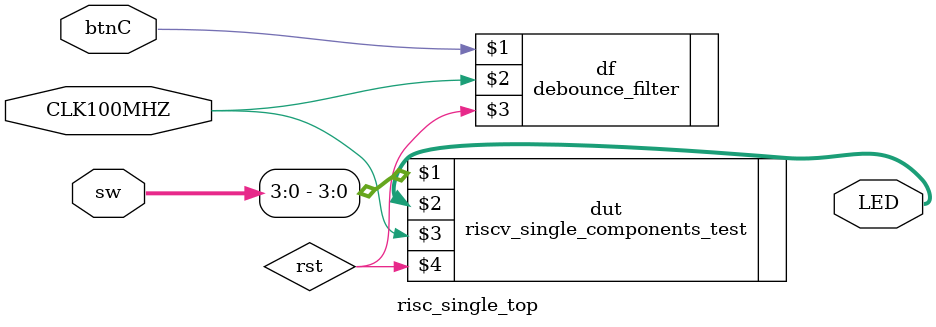
<source format=sv>
/**
 * Top module for the riscv_single_components_test test.
 *
 */
module risc_single_top(
    input   wire        CLK100MHZ,
    input   wire [15:0] sw,
    output  wire [15:0] LED,
    input   wire        btnC
);

    wire rst;

    debounce_filter df(btnC, CLK100MHZ, rst);

    riscv_single_components_test dut(sw[3:0], LED, CLK100MHZ, rst);

endmodule

</source>
